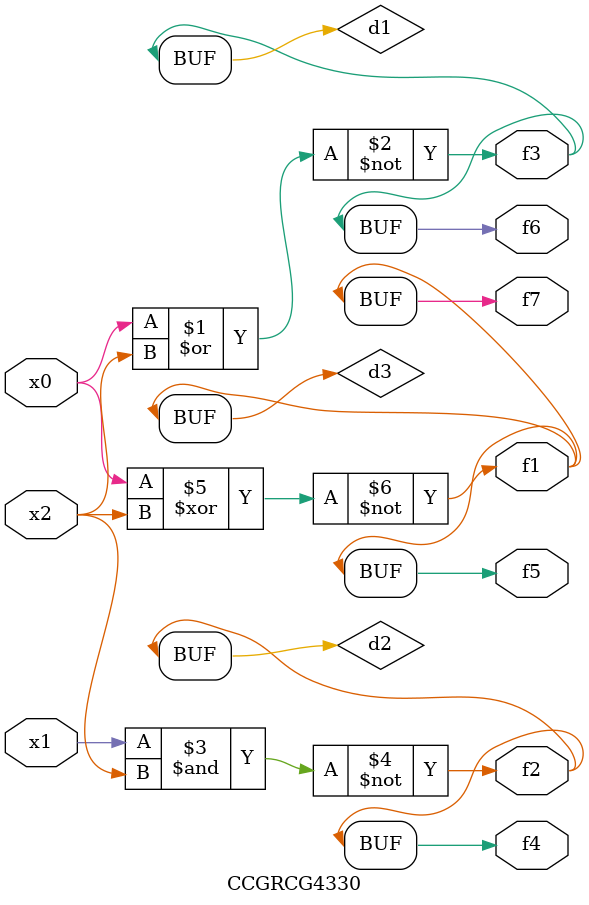
<source format=v>
module CCGRCG4330(
	input x0, x1, x2,
	output f1, f2, f3, f4, f5, f6, f7
);

	wire d1, d2, d3;

	nor (d1, x0, x2);
	nand (d2, x1, x2);
	xnor (d3, x0, x2);
	assign f1 = d3;
	assign f2 = d2;
	assign f3 = d1;
	assign f4 = d2;
	assign f5 = d3;
	assign f6 = d1;
	assign f7 = d3;
endmodule

</source>
